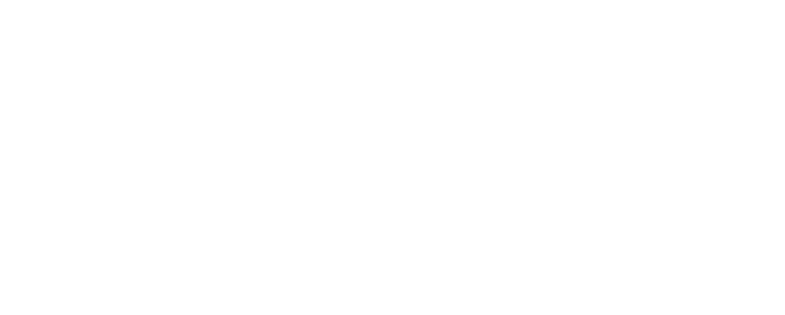
<source format=gbl>
%FSLAX46Y46*%
%MOMM*%
%LPD*%
%ADD18C,0.100000*%
D18*
X169550000Y-121775000D03*
X165106631Y-121775000D03*
X165081289Y-121773964D03*
X165058870Y-121777479D03*
X165036289Y-121779703D03*
X165027308Y-121782427D03*
X165018043Y-121783880D03*
X164996744Y-121791699D03*
X164975026Y-121798287D03*
X164966755Y-121802708D03*
X164957945Y-121805942D03*
X164938574Y-121817771D03*
X164918566Y-121828465D03*
X164911314Y-121834416D03*
X164903307Y-121839306D03*
X164886615Y-121854687D03*
X164869079Y-121869079D03*
X164863129Y-121876329D03*
X164856228Y-121882688D03*
X164842862Y-121901023D03*
X164828465Y-121918566D03*
X164816509Y-121940935D03*
X162914118Y-125175000D03*
X162550000Y-125175000D03*
X162550000Y-120550000D03*
X169550000Y-120550000D03*
X169550000Y-121775000D03*

X112850000Y-104450000D03*
X106309618Y-104450000D03*
X107534620Y-103225000D03*
X109993383Y-103225000D03*
X110018710Y-103226035D03*
X110041117Y-103222522D03*
X110063711Y-103220297D03*
X110072693Y-103217572D03*
X110081957Y-103216120D03*
X110103249Y-103208303D03*
X110124974Y-103201713D03*
X110133252Y-103197288D03*
X110142054Y-103194057D03*
X110161405Y-103182240D03*
X110181434Y-103171535D03*
X110188693Y-103165577D03*
X110196692Y-103160693D03*
X110213369Y-103145326D03*
X110230921Y-103130921D03*
X110236875Y-103123666D03*
X110243772Y-103117311D03*
X110257131Y-103098984D03*
X110271535Y-103081434D03*
X110283497Y-103059054D03*
X112185882Y-99825000D03*
X112850000Y-99825000D03*
X112850000Y-104450000D03*
M02*

</source>
